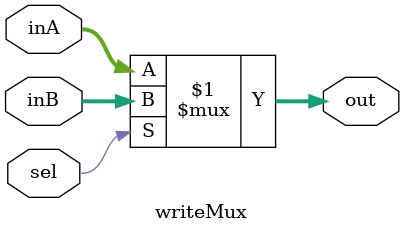
<source format=v>

module writeMux(
    input  [4:0] inA, inB,
    input  sel,
    output [4:0] out
);

assign out = sel ? inB : inA;

endmodule
</source>
